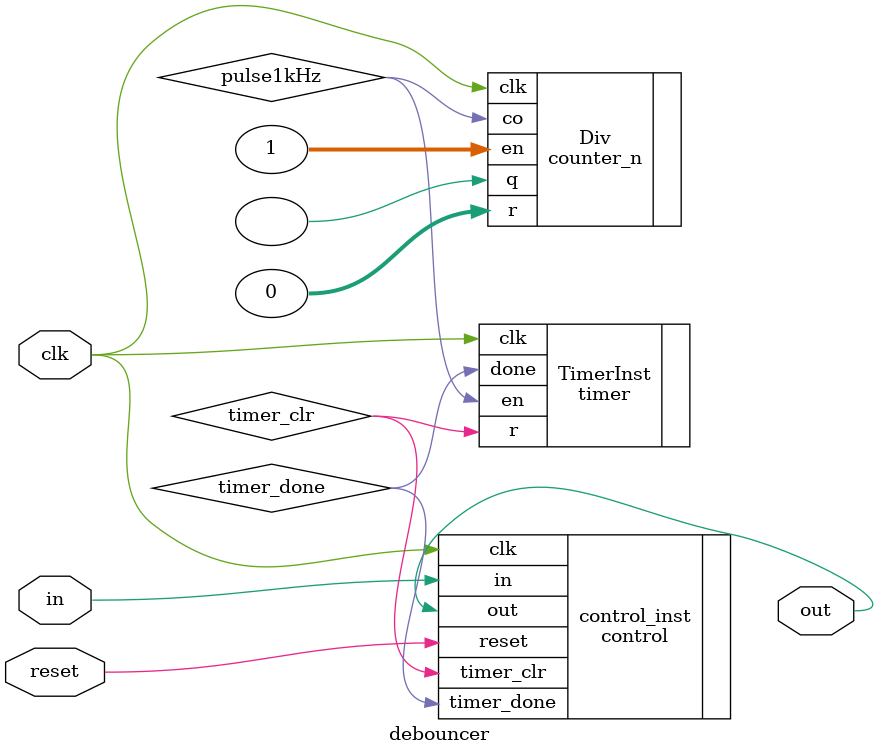
<source format=v>
module debouncer  (
    clk,
    reset,
    in,
    out
);
    parameter sim = 0;
    input clk;
    input reset;
    input in;
    output out;

    wire timer_clr;
    wire timer_done;
    wire pulse1kHz;
    
    counter_n #(
        .n(sim?32:10**5),
        .counter_bits(sim?5:17)
    ) Div(
        .clk(clk),
        .r(0),
        .en(1),
        .co(pulse1kHz),
        .q()
    );

    timer #(
        .n(10),
        .counter_bits(4)
    ) TimerInst(
        .clk(clk),
        .r(timer_clr),
        .en(pulse1kHz),
        .done(timer_done)
    );

    control control_inst(
        .clk(clk),
        .in(in),
        .reset(reset),
        .timer_done(timer_done),
        .timer_clr(timer_clr),
        .out(out)
    );
endmodule
</source>
